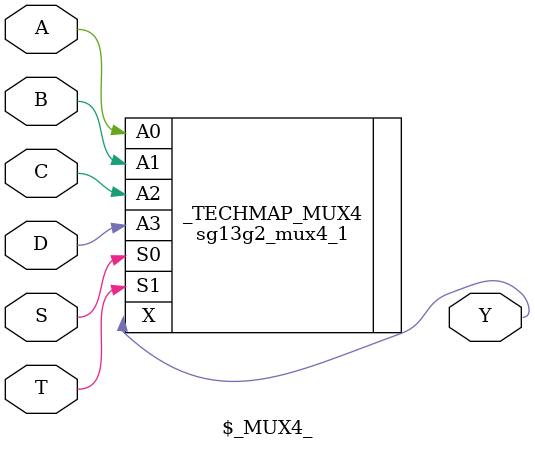
<source format=v>
module \$_MUX4_ (
    output Y,
    input A,
    input B,
    input C,
    input D,
    input S,
    input T
    );
  sg13g2_mux4_1 _TECHMAP_MUX4 (
      .X(Y),
      .A0(A),
      .A1(B),
      .A2(C),
      .A3(D),
      .S0(S),
      .S1(T)
  );
endmodule

</source>
